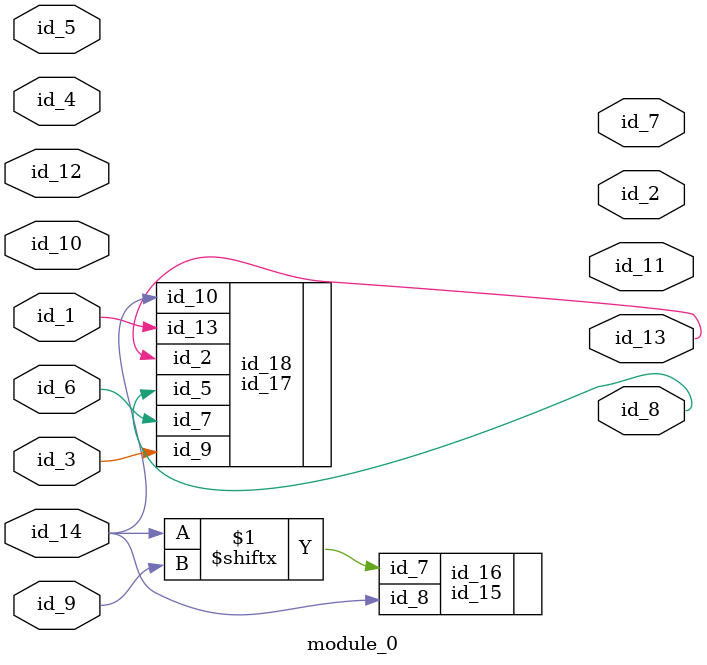
<source format=v>
`timescale 1ps / 1 ps
module module_0 (
    id_1,
    id_2,
    id_3,
    id_4,
    id_5,
    id_6,
    id_7,
    id_8,
    id_9,
    id_10,
    id_11,
    id_12,
    id_13,
    id_14
);
  input id_14;
  output id_13;
  input id_12;
  output id_11;
  input id_10;
  input id_9;
  output id_8;
  output id_7;
  input id_6;
  input id_5;
  input id_4;
  input id_3;
  output id_2;
  input id_1;
  id_15 id_16 (
      .id_7(id_14[id_9]),
      .id_8(id_14)
  );
  id_17 id_18 (
      .id_5 (id_8),
      .id_9 (id_3),
      .id_10(id_6),
      .id_2 (id_13),
      .id_13(id_1),
      .id_7 (id_6),
      .id_10(id_14)
  );
endmodule

</source>
